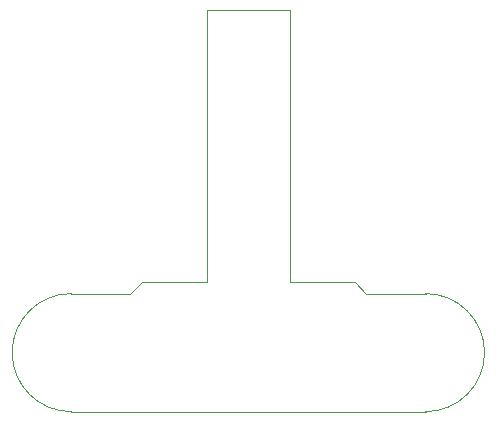
<source format=gm1>
G04 #@! TF.GenerationSoftware,KiCad,Pcbnew,6.0.9-8da3e8f707~116~ubuntu20.04.1*
G04 #@! TF.CreationDate,2023-05-05T17:23:47+00:00*
G04 #@! TF.ProjectId,LEC009212,4c454330-3039-4323-9132-2e6b69636164,rev?*
G04 #@! TF.SameCoordinates,Original*
G04 #@! TF.FileFunction,Profile,NP*
%FSLAX46Y46*%
G04 Gerber Fmt 4.6, Leading zero omitted, Abs format (unit mm)*
G04 Created by KiCad (PCBNEW 6.0.9-8da3e8f707~116~ubuntu20.04.1) date 2023-05-05 17:23:47*
%MOMM*%
%LPD*%
G01*
G04 APERTURE LIST*
G04 #@! TA.AperFunction,Profile*
%ADD10C,0.050000*%
G04 #@! TD*
G04 APERTURE END LIST*
D10*
X94000000Y-43000000D02*
X93000000Y-43000000D01*
X75000000Y-44000000D02*
X70000000Y-44000000D01*
X70000000Y-54000000D02*
X100000000Y-54000000D01*
X81500000Y-20000000D02*
X88500000Y-20000000D01*
X76000000Y-43000000D02*
X75000000Y-44000000D01*
X100000000Y-54000000D02*
G75*
G03*
X100000000Y-44000000I0J5000000D01*
G01*
X81500000Y-20000000D02*
X81500000Y-43000000D01*
X81500000Y-43000000D02*
X77000000Y-43000000D01*
X88500000Y-20000000D02*
X88500000Y-43000000D01*
X95000000Y-44000000D02*
X94000000Y-43000000D01*
X77000000Y-43000000D02*
X76000000Y-43000000D01*
X88500000Y-43000000D02*
X93000000Y-43000000D01*
X100000000Y-44000000D02*
X95000000Y-44000000D01*
X70000000Y-44000000D02*
G75*
G03*
X70000000Y-54000000I0J-5000000D01*
G01*
M02*

</source>
